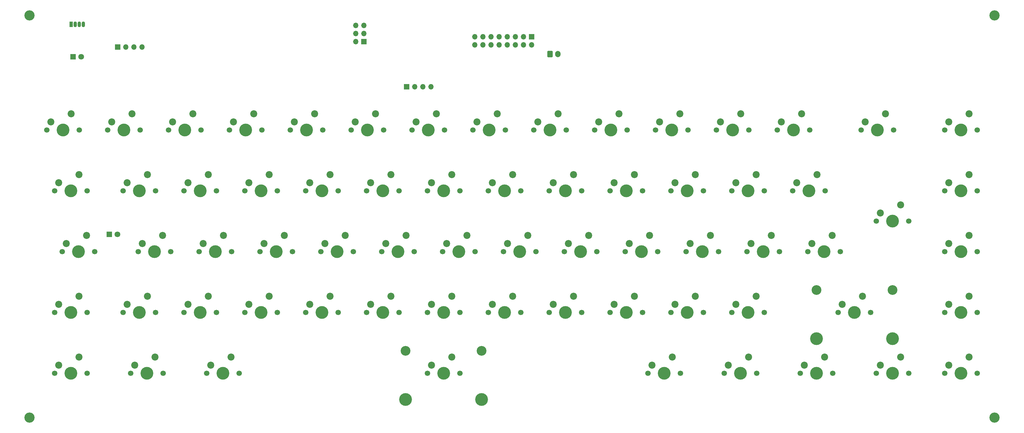
<source format=gbr>
G04 #@! TF.GenerationSoftware,KiCad,Pcbnew,7.0.9*
G04 #@! TF.CreationDate,2023-11-26T15:51:43+00:00*
G04 #@! TF.ProjectId,rosco_m68k_keyboard-2,726f7363-6f5f-46d3-9638-6b5f6b657962,0*
G04 #@! TF.SameCoordinates,Original*
G04 #@! TF.FileFunction,Soldermask,Top*
G04 #@! TF.FilePolarity,Negative*
%FSLAX46Y46*%
G04 Gerber Fmt 4.6, Leading zero omitted, Abs format (unit mm)*
G04 Created by KiCad (PCBNEW 7.0.9) date 2023-11-26 15:51:43*
%MOMM*%
%LPD*%
G01*
G04 APERTURE LIST*
G04 Aperture macros list*
%AMRoundRect*
0 Rectangle with rounded corners*
0 $1 Rounding radius*
0 $2 $3 $4 $5 $6 $7 $8 $9 X,Y pos of 4 corners*
0 Add a 4 corners polygon primitive as box body*
4,1,4,$2,$3,$4,$5,$6,$7,$8,$9,$2,$3,0*
0 Add four circle primitives for the rounded corners*
1,1,$1+$1,$2,$3*
1,1,$1+$1,$4,$5*
1,1,$1+$1,$6,$7*
1,1,$1+$1,$8,$9*
0 Add four rect primitives between the rounded corners*
20,1,$1+$1,$2,$3,$4,$5,0*
20,1,$1+$1,$4,$5,$6,$7,0*
20,1,$1+$1,$6,$7,$8,$9,0*
20,1,$1+$1,$8,$9,$2,$3,0*%
G04 Aperture macros list end*
%ADD10R,1.700000X1.700000*%
%ADD11O,1.700000X1.700000*%
%ADD12RoundRect,0.250000X-0.600000X-0.750000X0.600000X-0.750000X0.600000X0.750000X-0.600000X0.750000X0*%
%ADD13O,1.700000X2.000000*%
%ADD14R,1.800000X1.800000*%
%ADD15C,1.800000*%
%ADD16R,1.070000X1.800000*%
%ADD17O,1.070000X1.800000*%
%ADD18C,1.700000*%
%ADD19C,4.000000*%
%ADD20C,2.200000*%
%ADD21C,3.200000*%
%ADD22C,3.050000*%
G04 APERTURE END LIST*
D10*
X170495600Y-95145800D03*
D11*
X167955600Y-95145800D03*
X170495600Y-92605800D03*
X167955600Y-92605800D03*
X170495600Y-90065800D03*
X167955600Y-90065800D03*
D12*
X228750000Y-99000000D03*
D13*
X231250000Y-99000000D03*
D14*
X90855000Y-155443300D03*
D15*
X93395000Y-155443300D03*
D10*
X223020000Y-93560000D03*
D11*
X223020000Y-96100000D03*
X220480000Y-93560000D03*
X220480000Y-96100000D03*
X217940000Y-93560000D03*
X217940000Y-96100000D03*
X215400000Y-93560000D03*
X215400000Y-96100000D03*
X212860000Y-93560000D03*
X212860000Y-96100000D03*
X210320000Y-93560000D03*
X210320000Y-96100000D03*
X207780000Y-93560000D03*
X207780000Y-96100000D03*
X205240000Y-93560000D03*
X205240000Y-96100000D03*
X101059800Y-96783700D03*
X98519800Y-96783700D03*
X95979800Y-96783700D03*
D10*
X93439800Y-96783700D03*
D11*
X191520000Y-109275000D03*
X188980000Y-109275000D03*
X186440000Y-109275000D03*
D10*
X183900000Y-109275000D03*
D16*
X78901200Y-89708100D03*
D17*
X80171200Y-89708100D03*
X81441200Y-89708100D03*
X82711200Y-89708100D03*
D14*
X79501200Y-99893500D03*
D15*
X82041200Y-99893500D03*
D18*
X71331200Y-122778700D03*
D19*
X76411200Y-122778700D03*
D18*
X81491200Y-122778700D03*
D20*
X78951200Y-117698700D03*
X72601200Y-120238700D03*
D21*
X367878700Y-86878700D03*
X367878700Y-212878700D03*
X65878700Y-212878700D03*
X65878700Y-86878700D03*
D18*
X195156200Y-160878700D03*
D19*
X200236200Y-160878700D03*
D18*
X205316200Y-160878700D03*
D20*
X202776200Y-155798700D03*
X196426200Y-158338700D03*
D18*
X121337400Y-198978700D03*
D19*
X126417400Y-198978700D03*
D18*
X131497400Y-198978700D03*
D20*
X128957400Y-193898700D03*
X122607400Y-196438700D03*
D18*
X171343700Y-179928700D03*
D19*
X176423700Y-179928700D03*
D18*
X181503700Y-179928700D03*
D20*
X178963700Y-174848700D03*
X172613700Y-177388700D03*
D18*
X90381200Y-122778700D03*
D19*
X95461200Y-122778700D03*
D18*
X100541200Y-122778700D03*
D20*
X98001200Y-117698700D03*
X91651200Y-120238700D03*
D18*
X259449900Y-198978700D03*
D19*
X264529900Y-198978700D03*
D18*
X269609900Y-198978700D03*
D20*
X267069900Y-193898700D03*
X260719900Y-196438700D03*
D18*
X252306200Y-160878700D03*
D19*
X257386200Y-160878700D03*
D18*
X262466200Y-160878700D03*
D20*
X259926200Y-155798700D03*
X253576200Y-158338700D03*
D18*
X152293700Y-179928700D03*
D19*
X157373700Y-179928700D03*
D18*
X162453700Y-179928700D03*
D20*
X159913700Y-174848700D03*
X153563700Y-177388700D03*
D18*
X247543700Y-179928700D03*
D19*
X252623700Y-179928700D03*
D18*
X257703700Y-179928700D03*
D20*
X255163700Y-174848700D03*
X248813700Y-177388700D03*
D18*
X176106200Y-160878700D03*
D19*
X181186200Y-160878700D03*
D18*
X186266200Y-160878700D03*
D20*
X183726200Y-155798700D03*
X177376200Y-158338700D03*
D18*
X138006200Y-160878700D03*
D19*
X143086200Y-160878700D03*
D18*
X148166200Y-160878700D03*
D20*
X145626200Y-155798700D03*
X139276200Y-158338700D03*
D18*
X266593700Y-141828700D03*
D19*
X271673700Y-141828700D03*
D18*
X276753700Y-141828700D03*
D20*
X274213700Y-136748700D03*
X267863700Y-139288700D03*
D18*
X352318700Y-141828700D03*
D19*
X357398700Y-141828700D03*
D18*
X362478700Y-141828700D03*
D20*
X359938700Y-136748700D03*
X353588700Y-139288700D03*
D18*
X171343700Y-141828700D03*
D19*
X176423700Y-141828700D03*
D18*
X181503700Y-141828700D03*
D20*
X178963700Y-136748700D03*
X172613700Y-139288700D03*
D18*
X280881200Y-122778700D03*
D19*
X285961200Y-122778700D03*
D18*
X291041200Y-122778700D03*
D20*
X288501200Y-117698700D03*
X282151200Y-120238700D03*
D18*
X128481200Y-122778700D03*
D19*
X133561200Y-122778700D03*
D18*
X138641200Y-122778700D03*
D20*
X136101200Y-117698700D03*
X129751200Y-120238700D03*
D18*
X326124900Y-122778700D03*
D19*
X331204900Y-122778700D03*
D18*
X336284900Y-122778700D03*
D20*
X333744900Y-117698700D03*
X327394900Y-120238700D03*
D18*
X204681200Y-122778700D03*
D19*
X209761200Y-122778700D03*
D18*
X214841200Y-122778700D03*
D20*
X212301200Y-117698700D03*
X205951200Y-120238700D03*
D18*
X73712400Y-198978700D03*
D19*
X78792400Y-198978700D03*
D18*
X83872400Y-198978700D03*
D20*
X81332400Y-193898700D03*
X74982400Y-196438700D03*
D18*
X307074900Y-198978700D03*
D19*
X312154900Y-198978700D03*
D18*
X317234900Y-198978700D03*
D20*
X314694900Y-193898700D03*
X308344900Y-196438700D03*
D18*
X209443700Y-179928700D03*
D19*
X214523700Y-179928700D03*
D18*
X219603700Y-179928700D03*
D20*
X217063700Y-174848700D03*
X210713700Y-177388700D03*
D18*
X190393700Y-141828700D03*
D19*
X195473700Y-141828700D03*
D18*
X200553700Y-141828700D03*
D20*
X198013700Y-136748700D03*
X191663700Y-139288700D03*
D18*
X73712400Y-141828700D03*
D19*
X78792400Y-141828700D03*
D18*
X83872400Y-141828700D03*
D20*
X81332400Y-136748700D03*
X74982400Y-139288700D03*
D18*
X76093700Y-160878700D03*
D19*
X81173700Y-160878700D03*
D18*
X86253700Y-160878700D03*
D20*
X83713700Y-155798700D03*
X77363700Y-158338700D03*
D18*
X228493700Y-179928700D03*
D19*
X233573700Y-179928700D03*
D18*
X238653700Y-179928700D03*
D20*
X236113700Y-174848700D03*
X229763700Y-177388700D03*
D18*
X95143700Y-141828700D03*
D19*
X100223700Y-141828700D03*
D18*
X105303700Y-141828700D03*
D20*
X102763700Y-136748700D03*
X96413700Y-139288700D03*
D18*
X114193700Y-179928700D03*
D19*
X119273700Y-179928700D03*
D18*
X124353700Y-179928700D03*
D20*
X121813700Y-174848700D03*
X115463700Y-177388700D03*
D18*
X223731200Y-122778700D03*
D19*
X228811200Y-122778700D03*
D18*
X233891200Y-122778700D03*
D20*
X231351200Y-117698700D03*
X225001200Y-120238700D03*
D18*
X190393700Y-179928700D03*
D19*
X195473700Y-179928700D03*
D18*
X200553700Y-179928700D03*
D20*
X198013700Y-174848700D03*
X191663700Y-177388700D03*
D18*
X166581200Y-122778700D03*
D19*
X171661200Y-122778700D03*
D18*
X176741200Y-122778700D03*
D20*
X174201200Y-117698700D03*
X167851200Y-120238700D03*
D18*
X95143700Y-179928700D03*
D19*
X100223700Y-179928700D03*
D18*
X105303700Y-179928700D03*
D20*
X102763700Y-174848700D03*
X96413700Y-177388700D03*
D18*
X309456200Y-160878700D03*
D19*
X314536200Y-160878700D03*
D18*
X319616200Y-160878700D03*
D20*
X317076200Y-155798700D03*
X310726200Y-158338700D03*
D18*
X109431200Y-122778700D03*
D19*
X114511200Y-122778700D03*
D18*
X119591200Y-122778700D03*
D20*
X117051200Y-117698700D03*
X110701200Y-120238700D03*
D22*
X183573700Y-191978700D03*
D19*
X183573700Y-207218700D03*
D18*
X190393700Y-198978700D03*
D19*
X195473700Y-198978700D03*
D18*
X200553700Y-198978700D03*
D22*
X207373700Y-191978700D03*
D19*
X207373700Y-207218700D03*
D20*
X198013700Y-193898700D03*
X191663700Y-196438700D03*
D18*
X214206200Y-160878700D03*
D19*
X219286200Y-160878700D03*
D18*
X224366200Y-160878700D03*
D20*
X221826200Y-155798700D03*
X215476200Y-158338700D03*
D18*
X352318700Y-198978700D03*
D19*
X357398700Y-198978700D03*
D18*
X362478700Y-198978700D03*
D20*
X359938700Y-193898700D03*
X353588700Y-196438700D03*
D18*
X283262400Y-198978700D03*
D19*
X288342400Y-198978700D03*
D18*
X293422400Y-198978700D03*
D20*
X290882400Y-193898700D03*
X284532400Y-196438700D03*
D18*
X352318700Y-160878700D03*
D19*
X357398700Y-160878700D03*
D18*
X362478700Y-160878700D03*
D20*
X359938700Y-155798700D03*
X353588700Y-158338700D03*
D18*
X247543700Y-141828700D03*
D19*
X252623700Y-141828700D03*
D18*
X257703700Y-141828700D03*
D20*
X255163700Y-136748700D03*
X248813700Y-139288700D03*
D18*
X352318700Y-122778700D03*
D19*
X357398700Y-122778700D03*
D18*
X362478700Y-122778700D03*
D20*
X359938700Y-117698700D03*
X353588700Y-120238700D03*
D18*
X285643700Y-179928700D03*
D19*
X290723700Y-179928700D03*
D18*
X295803700Y-179928700D03*
D20*
X293263700Y-174848700D03*
X286913700Y-177388700D03*
D18*
X73712400Y-179928700D03*
D19*
X78792400Y-179928700D03*
D18*
X83872400Y-179928700D03*
D20*
X81332400Y-174848700D03*
X74982400Y-177388700D03*
D18*
X285643700Y-141828700D03*
D19*
X290723700Y-141828700D03*
D18*
X295803700Y-141828700D03*
D20*
X293263700Y-136748700D03*
X286913700Y-139288700D03*
D18*
X290406200Y-160878700D03*
D19*
X295486200Y-160878700D03*
D18*
X300566200Y-160878700D03*
D20*
X298026200Y-155798700D03*
X291676200Y-158338700D03*
D18*
X114193680Y-141828680D03*
D19*
X119273680Y-141828680D03*
D18*
X124353680Y-141828680D03*
D20*
X121813680Y-136748680D03*
X115463680Y-139288680D03*
D18*
X209443680Y-141828680D03*
D19*
X214523680Y-141828680D03*
D18*
X219603680Y-141828680D03*
D20*
X217063680Y-136748680D03*
X210713680Y-139288680D03*
D18*
X133243680Y-179928680D03*
D19*
X138323680Y-179928680D03*
D18*
X143403680Y-179928680D03*
D20*
X140863680Y-174848680D03*
X134513680Y-177388680D03*
D18*
X330887400Y-198978700D03*
D19*
X335967400Y-198978700D03*
D18*
X341047400Y-198978700D03*
D20*
X338507400Y-193898700D03*
X332157400Y-196438700D03*
D18*
X271356180Y-160878680D03*
D19*
X276436180Y-160878680D03*
D18*
X281516180Y-160878680D03*
D20*
X278976180Y-155798680D03*
X272626180Y-158338680D03*
D18*
X99906180Y-160878680D03*
D19*
X104986180Y-160878680D03*
D18*
X110066180Y-160878680D03*
D20*
X107526180Y-155798680D03*
X101176180Y-158338680D03*
D18*
X304693680Y-141828680D03*
D19*
X309773680Y-141828680D03*
D18*
X314853680Y-141828680D03*
D20*
X312313680Y-136748680D03*
X305963680Y-139288680D03*
D18*
X266593700Y-179928700D03*
D19*
X271673700Y-179928700D03*
D18*
X276753700Y-179928700D03*
D20*
X274213700Y-174848700D03*
X267863700Y-177388700D03*
D18*
X152293700Y-141828700D03*
D19*
X157373700Y-141828700D03*
D18*
X162453700Y-141828700D03*
D20*
X159913700Y-136748700D03*
X153563700Y-139288700D03*
D22*
X312161200Y-172928700D03*
D19*
X312161200Y-188168700D03*
D18*
X318981200Y-179928700D03*
D19*
X324061200Y-179928700D03*
D18*
X329141200Y-179928700D03*
D22*
X335961200Y-172928700D03*
D19*
X335961200Y-188168700D03*
D20*
X326601200Y-174848700D03*
X320251200Y-177388700D03*
D18*
X228493700Y-141828700D03*
D19*
X233573700Y-141828700D03*
D18*
X238653700Y-141828700D03*
D20*
X236113700Y-136748700D03*
X229763700Y-139288700D03*
D18*
X352318700Y-179928700D03*
D19*
X357398700Y-179928700D03*
D18*
X362478700Y-179928700D03*
D20*
X359938700Y-174848700D03*
X353588700Y-177388700D03*
D18*
X133243700Y-141828700D03*
D19*
X138323700Y-141828700D03*
D18*
X143403700Y-141828700D03*
D20*
X140863700Y-136748700D03*
X134513700Y-139288700D03*
D18*
X261831200Y-122778700D03*
D19*
X266911200Y-122778700D03*
D18*
X271991200Y-122778700D03*
D20*
X269451200Y-117698700D03*
X263101200Y-120238700D03*
D18*
X157056200Y-160878700D03*
D19*
X162136200Y-160878700D03*
D18*
X167216200Y-160878700D03*
D20*
X164676200Y-155798700D03*
X158326200Y-158338700D03*
D18*
X330887400Y-151353700D03*
D19*
X335967400Y-151353700D03*
D18*
X341047400Y-151353700D03*
D20*
X338507400Y-146273700D03*
X332157400Y-148813700D03*
D18*
X147531200Y-122778700D03*
D19*
X152611200Y-122778700D03*
D18*
X157691200Y-122778700D03*
D20*
X155151200Y-117698700D03*
X148801200Y-120238700D03*
D18*
X299931200Y-122778700D03*
D19*
X305011200Y-122778700D03*
D18*
X310091200Y-122778700D03*
D20*
X307551200Y-117698700D03*
X301201200Y-120238700D03*
D18*
X97524900Y-198978700D03*
D19*
X102604900Y-198978700D03*
D18*
X107684900Y-198978700D03*
D20*
X105144900Y-193898700D03*
X98794900Y-196438700D03*
D18*
X233256200Y-160878700D03*
D19*
X238336200Y-160878700D03*
D18*
X243416200Y-160878700D03*
D20*
X240876200Y-155798700D03*
X234526200Y-158338700D03*
D18*
X118956200Y-160878700D03*
D19*
X124036200Y-160878700D03*
D18*
X129116200Y-160878700D03*
D20*
X126576200Y-155798700D03*
X120226200Y-158338700D03*
D18*
X242781200Y-122778700D03*
D19*
X247861200Y-122778700D03*
D18*
X252941200Y-122778700D03*
D20*
X250401200Y-117698700D03*
X244051200Y-120238700D03*
D18*
X185631200Y-122778700D03*
D19*
X190711200Y-122778700D03*
D18*
X195791200Y-122778700D03*
D20*
X193251200Y-117698700D03*
X186901200Y-120238700D03*
M02*

</source>
